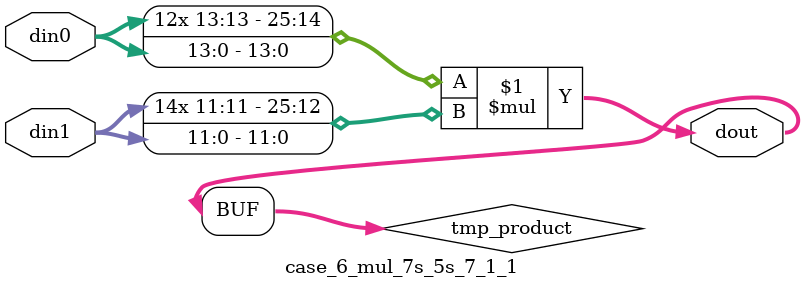
<source format=v>

`timescale 1 ns / 1 ps

 module case_6_mul_7s_5s_7_1_1(din0, din1, dout);
parameter ID = 1;
parameter NUM_STAGE = 0;
parameter din0_WIDTH = 14;
parameter din1_WIDTH = 12;
parameter dout_WIDTH = 26;

input [din0_WIDTH - 1 : 0] din0; 
input [din1_WIDTH - 1 : 0] din1; 
output [dout_WIDTH - 1 : 0] dout;

wire signed [dout_WIDTH - 1 : 0] tmp_product;



























assign tmp_product = $signed(din0) * $signed(din1);








assign dout = tmp_product;





















endmodule

</source>
